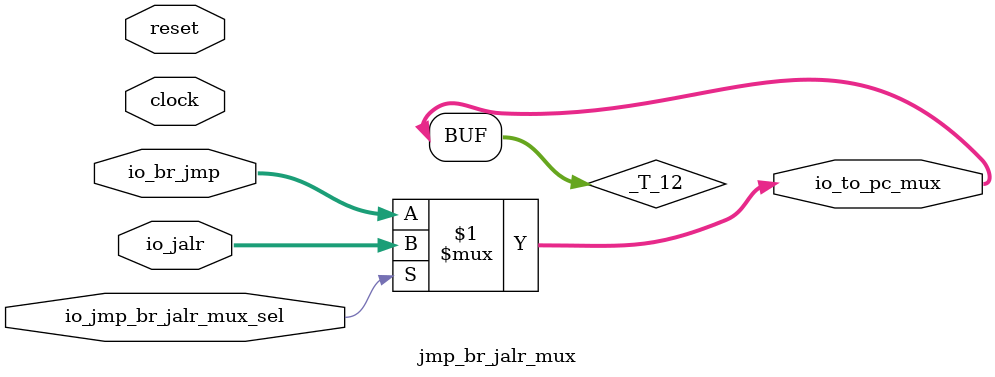
<source format=v>
`ifdef RANDOMIZE_GARBAGE_ASSIGN
`define RANDOMIZE
`endif
`ifdef RANDOMIZE_INVALID_ASSIGN
`define RANDOMIZE
`endif
`ifdef RANDOMIZE_REG_INIT
`define RANDOMIZE
`endif
`ifdef RANDOMIZE_MEM_INIT
`define RANDOMIZE
`endif

module jmp_br_jalr_mux(
  input         clock,
  input         reset,
  input  [31:0] io_br_jmp,
  input  [31:0] io_jalr,
  input         io_jmp_br_jalr_mux_sel,
  output [31:0] io_to_pc_mux
);
  wire [31:0] _T_12;
  assign io_to_pc_mux = _T_12;
  assign _T_12 = io_jmp_br_jalr_mux_sel ? io_jalr : io_br_jmp;
endmodule

</source>
